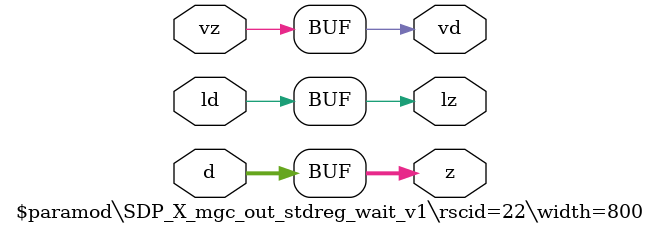
<source format=v>
module \$paramod\SDP_X_mgc_out_stdreg_wait_v1\rscid=22\width=800 (ld, vd, d, lz, vz, z);
  (* src = "./vmod/nvdla/sdp/NV_NVDLA_SDP_CORE_x.v:47" *)
  input [799:0] d;
  (* src = "./vmod/nvdla/sdp/NV_NVDLA_SDP_CORE_x.v:45" *)
  input ld;
  (* src = "./vmod/nvdla/sdp/NV_NVDLA_SDP_CORE_x.v:48" *)
  output lz;
  (* src = "./vmod/nvdla/sdp/NV_NVDLA_SDP_CORE_x.v:46" *)
  output vd;
  (* src = "./vmod/nvdla/sdp/NV_NVDLA_SDP_CORE_x.v:49" *)
  input vz;
  (* src = "./vmod/nvdla/sdp/NV_NVDLA_SDP_CORE_x.v:50" *)
  output [799:0] z;
  assign lz = ld;
  assign vd = vz;
  assign z = d;
endmodule

</source>
